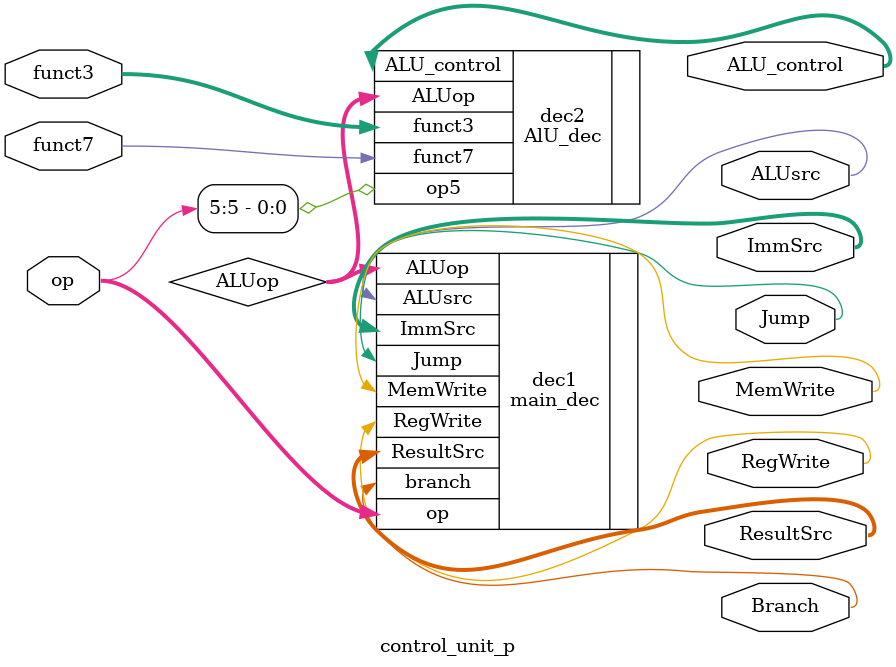
<source format=v>
/* Author: Mohamed Haytham */

`timescale 1ns / 1ps

module control_unit_p(
     input [6:0]op,
     input [2:0]funct3,
     input funct7,
     output [1:0]ResultSrc,
     output MemWrite,
     output ALUsrc,
     output [1:0]ImmSrc,
     output RegWrite,
     output Branch, Jump,
     output [2:0]ALU_control
     );     
     wire [1:0]ALUop;
    
     main_dec dec1(.op(op),.branch(Branch),.ResultSrc(ResultSrc),.MemWrite(MemWrite),
     .ALUsrc(ALUsrc),.ImmSrc(ImmSrc),.RegWrite(RegWrite),.ALUop(ALUop),.Jump(Jump));
    
     AlU_dec dec2(.ALUop(ALUop),.funct3(funct3),
     .funct7(funct7),.op5(op[5]),.ALU_control(ALU_control));
    

endmodule 
</source>
